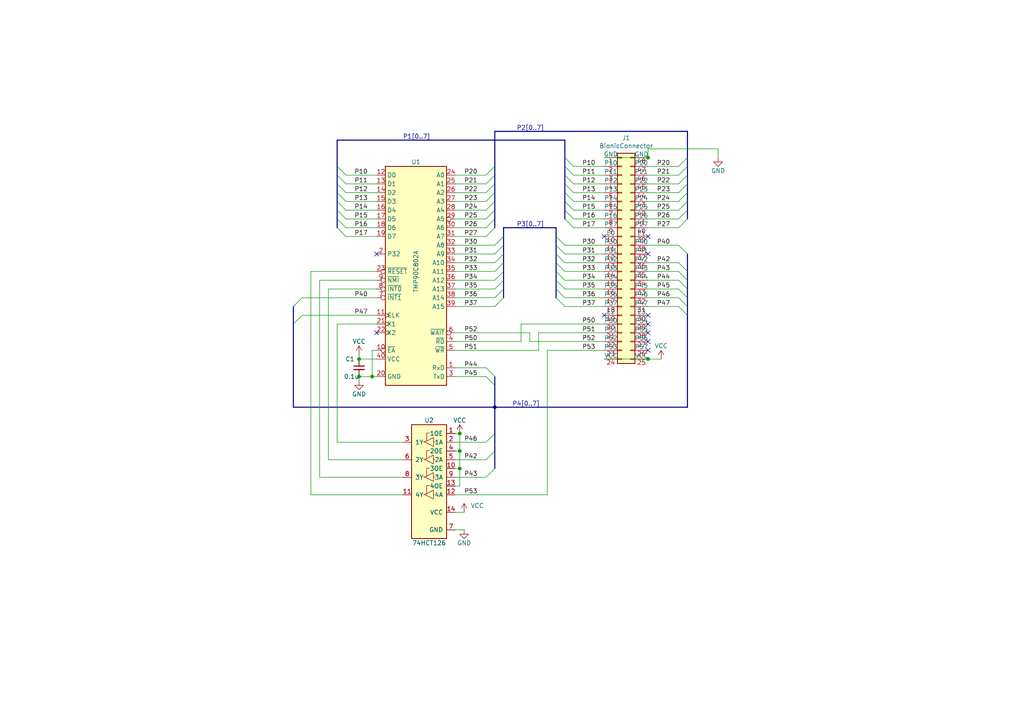
<source format=kicad_sch>
(kicad_sch (version 20230121) (generator eeschema)
  (paper "A4")
  (title_block (title "BionicTLCS90 Mezzanine") (date "2023-11-26") (rev "2") (company "Tadashi G. Takaoka"))
  (lib_symbols
    (symbol "0-LocalLibrary:74HCT126" (pin_names (offset 1.016))
      (property "Reference" "U" (at 0 16.51 0))
      (property "Value" "74HCT126" (at 0 -19.05 0))
      (symbol "74HCT126_0_1"
        (polyline (pts (xy -1.2954 10.2108) (xy -1.6002 10.2108)))
        (polyline (pts (xy 1.2954 10.2362) (xy 1.651 10.2362)))
        (polyline (pts (xy 0.7112 10.5664) (xy 0.7112 12.827) (xy -0.127 12.827) (xy -0.1016 12.827)))
      )
      (symbol "74HCT126_1_0"
        (polyline (pts (xy 1.27 10.2362) (xy -1.27 11.5062) (xy -1.27 8.9662) (xy 1.27 10.2362)) (stroke (width 0.1524)))
        (pin input line (at -7.62 12.7 0) (length 2.54) (name "1OE") (number "1"))
        (pin input line (at -7.62 2.54 0) (length 2.54) (name "3OE") (number "10"))
        (pin tri_state line (at 7.62 -5.08 180) (length 2.54) (name "4Y") (number "11"))
        (pin input line (at -7.62 -5.08 0) (length 2.54) (name "4A") (number "12"))
        (pin input line (at -7.62 -2.54 0) (length 2.54) (name "4OE") (number "13"))
        (pin power_in line (at -7.62 -10.16 0) (length 2.54) (name "VCC") (number "14"))
        (pin input line (at -7.62 10.16 0) (length 2.54) (name "1A") (number "2"))
        (pin tri_state line (at 7.62 10.16 180) (length 2.54) (name "1Y") (number "3"))
        (pin input line (at -7.62 7.62 0) (length 2.54) (name "2OE") (number "4"))
        (pin input line (at -7.62 5.08 0) (length 2.54) (name "2A") (number "5"))
        (pin tri_state line (at 7.62 5.08 180) (length 2.54) (name "2Y") (number "6"))
        (pin power_in line (at -7.62 -15.24 0) (length 2.54) (name "GND") (number "7"))
        (pin tri_state line (at 7.62 0 180) (length 2.54) (name "3Y") (number "8"))
        (pin input line (at -7.62 0 0) (length 2.54) (name "3A") (number "9"))
      )
      (symbol "74HCT126_1_1"
        (rectangle (start -5.08 15.24) (end 5.08 -17.78) (stroke (width 0.254)) (fill (type background)))
        (polyline (pts (xy -1.2954 -5.0292) (xy -1.6002 -5.0292)))
        (polyline (pts (xy -1.2954 0.0508) (xy -1.6002 0.0508)))
        (polyline (pts (xy -1.2954 5.1308) (xy -1.6002 5.1308)))
        (polyline (pts (xy 1.2954 -5.0038) (xy 1.651 -5.0038)))
        (polyline (pts (xy 1.2954 0.0762) (xy 1.651 0.0762)))
        (polyline (pts (xy 1.2954 5.1562) (xy 1.651 5.1562)))
        (polyline (pts (xy 0.7112 -4.6736) (xy 0.7112 -2.413) (xy -0.127 -2.413) (xy -0.1016 -2.413)))
        (polyline (pts (xy 0.7112 0.4064) (xy 0.7112 2.667) (xy -0.127 2.667) (xy -0.1016 2.667)))
        (polyline (pts (xy 0.7112 5.4864) (xy 0.7112 7.747) (xy -0.127 7.747) (xy -0.1016 7.747)))
        (polyline (pts (xy 1.27 -5.0038) (xy -1.27 -3.7338) (xy -1.27 -6.2738) (xy 1.27 -5.0038)) (stroke (width 0.1524)))
        (polyline (pts (xy 1.27 0.0762) (xy -1.27 1.3462) (xy -1.27 -1.1938) (xy 1.27 0.0762)) (stroke (width 0.1524)))
        (polyline (pts (xy 1.27 5.1562) (xy -1.27 6.4262) (xy -1.27 3.8862) (xy 1.27 5.1562)) (stroke (width 0.1524)))
      )
    )
    (symbol "0-LocalLibrary:BionicConnector" (pin_names (offset 0))
      (property "Reference" "J" (at 1.27 30.48 0))
      (property "Value" "BionicConnector" (at 3.81 33.02 0))
      (symbol "BionicConnector_1_1"
        (rectangle (start -1.27 -30.353) (end 0 -30.607) (stroke (width 0.1524)))
        (rectangle (start -1.27 -27.813) (end 0 -28.067) (stroke (width 0.1524)))
        (rectangle (start -1.27 -25.273) (end 0 -25.527) (stroke (width 0.1524)))
        (rectangle (start -1.27 -22.733) (end 0 -22.987) (stroke (width 0.1524)))
        (rectangle (start -1.27 -20.193) (end 0 -20.447) (stroke (width 0.1524)))
        (rectangle (start -1.27 -17.653) (end 0 -17.907) (stroke (width 0.1524)))
        (rectangle (start -1.27 -15.113) (end 0 -15.367) (stroke (width 0.1524)))
        (rectangle (start -1.27 -12.573) (end 0 -12.827) (stroke (width 0.1524)))
        (rectangle (start -1.27 -10.033) (end 0 -10.287) (stroke (width 0.1524)))
        (rectangle (start -1.27 -7.493) (end 0 -7.747) (stroke (width 0.1524)))
        (rectangle (start -1.27 -4.953) (end 0 -5.207) (stroke (width 0.1524)))
        (rectangle (start -1.27 -2.413) (end 0 -2.667) (stroke (width 0.1524)))
        (rectangle (start -1.27 0.127) (end 0 -0.127) (stroke (width 0.1524)))
        (rectangle (start -1.27 2.667) (end 0 2.413) (stroke (width 0.1524)))
        (rectangle (start -1.27 5.207) (end 0 4.953) (stroke (width 0.1524)))
        (rectangle (start -1.27 7.747) (end 0 7.493) (stroke (width 0.1524)))
        (rectangle (start -1.27 10.287) (end 0 10.033) (stroke (width 0.1524)))
        (rectangle (start -1.27 12.827) (end 0 12.573) (stroke (width 0.1524)))
        (rectangle (start -1.27 15.367) (end 0 15.113) (stroke (width 0.1524)))
        (rectangle (start -1.27 17.907) (end 0 17.653) (stroke (width 0.1524)))
        (rectangle (start -1.27 20.447) (end 0 20.193) (stroke (width 0.1524)))
        (rectangle (start -1.27 22.987) (end 0 22.733) (stroke (width 0.1524)))
        (rectangle (start -1.27 25.527) (end 0 25.273) (stroke (width 0.1524)))
        (rectangle (start -1.27 28.067) (end 0 27.813) (stroke (width 0.1524)))
        (rectangle (start -1.27 29.21) (end 3.81 -31.75) (stroke (width 0.254)) (fill (type background)))
        (rectangle (start 3.81 -30.353) (end 2.54 -30.607) (stroke (width 0.1524)))
        (rectangle (start 3.81 -27.813) (end 2.54 -28.067) (stroke (width 0.1524)))
        (rectangle (start 3.81 -25.273) (end 2.54 -25.527) (stroke (width 0.1524)))
        (rectangle (start 3.81 -22.733) (end 2.54 -22.987) (stroke (width 0.1524)))
        (rectangle (start 3.81 -20.193) (end 2.54 -20.447) (stroke (width 0.1524)))
        (rectangle (start 3.81 -17.653) (end 2.54 -17.907) (stroke (width 0.1524)))
        (rectangle (start 3.81 -15.113) (end 2.54 -15.367) (stroke (width 0.1524)))
        (rectangle (start 3.81 -12.573) (end 2.54 -12.827) (stroke (width 0.1524)))
        (rectangle (start 3.81 -10.033) (end 2.54 -10.287) (stroke (width 0.1524)))
        (rectangle (start 3.81 -7.493) (end 2.54 -7.747) (stroke (width 0.1524)))
        (rectangle (start 3.81 -4.953) (end 2.54 -5.207) (stroke (width 0.1524)))
        (rectangle (start 3.81 -2.413) (end 2.54 -2.667) (stroke (width 0.1524)))
        (rectangle (start 3.81 0.127) (end 2.54 -0.127) (stroke (width 0.1524)))
        (rectangle (start 3.81 2.667) (end 2.54 2.413) (stroke (width 0.1524)))
        (rectangle (start 3.81 5.207) (end 2.54 4.953) (stroke (width 0.1524)))
        (rectangle (start 3.81 7.747) (end 2.54 7.493) (stroke (width 0.1524)))
        (rectangle (start 3.81 10.287) (end 2.54 10.033) (stroke (width 0.1524)))
        (rectangle (start 3.81 12.827) (end 2.54 12.573) (stroke (width 0.1524)))
        (rectangle (start 3.81 15.367) (end 2.54 15.113) (stroke (width 0.1524)))
        (rectangle (start 3.81 17.907) (end 2.54 17.653) (stroke (width 0.1524)))
        (rectangle (start 3.81 20.447) (end 2.54 20.193) (stroke (width 0.1524)))
        (rectangle (start 3.81 22.987) (end 2.54 22.733) (stroke (width 0.1524)))
        (rectangle (start 3.81 25.527) (end 2.54 25.273) (stroke (width 0.1524)))
        (rectangle (start 3.81 28.067) (end 2.54 27.813) (stroke (width 0.1524)))
        (pin power_out line (at -5.08 27.94 0) (length 3.81) (name "GND") (number "1"))
        (pin bidirectional line (at -5.08 5.08 0) (length 3.81) (name "E0") (number "10"))
        (pin bidirectional line (at -5.08 2.54 0) (length 3.81) (name "P30") (number "11"))
        (pin bidirectional line (at -5.08 0 0) (length 3.81) (name "P31") (number "12"))
        (pin bidirectional line (at -5.08 -2.54 0) (length 3.81) (name "P32") (number "13"))
        (pin bidirectional line (at -5.08 -5.08 0) (length 3.81) (name "P33") (number "14"))
        (pin bidirectional line (at -5.08 -7.62 0) (length 3.81) (name "P34") (number "15"))
        (pin bidirectional line (at -5.08 -10.16 0) (length 3.81) (name "P35") (number "16"))
        (pin bidirectional line (at -5.08 -12.7 0) (length 3.81) (name "P36") (number "17"))
        (pin bidirectional line (at -5.08 -15.24 0) (length 3.81) (name "P37") (number "18"))
        (pin bidirectional line (at -5.08 -17.78 0) (length 3.81) (name "E2") (number "19"))
        (pin bidirectional line (at -5.08 25.4 0) (length 3.81) (name "P10") (number "2"))
        (pin bidirectional line (at -5.08 -20.32 0) (length 3.81) (name "P50") (number "20"))
        (pin bidirectional line (at -5.08 -22.86 0) (length 3.81) (name "P51") (number "21"))
        (pin bidirectional line (at -5.08 -25.4 0) (length 3.81) (name "P52") (number "22"))
        (pin bidirectional line (at -5.08 -27.94 0) (length 3.81) (name "P53") (number "23"))
        (pin power_out line (at -5.08 -30.48 0) (length 3.81) (name "VCC") (number "24"))
        (pin power_in line (at 7.62 -30.48 180) (length 3.81) (name "VCC") (number "25"))
        (pin bidirectional line (at 7.62 -27.94 180) (length 3.81) (name "P57") (number "26"))
        (pin bidirectional line (at 7.62 -25.4 180) (length 3.81) (name "P56") (number "27"))
        (pin bidirectional line (at 7.62 -22.86 180) (length 3.81) (name "P55") (number "28"))
        (pin bidirectional line (at 7.62 -20.32 180) (length 3.81) (name "P54") (number "29"))
        (pin bidirectional line (at -5.08 22.86 0) (length 3.81) (name "P11") (number "3"))
        (pin bidirectional line (at 7.62 -17.78 180) (length 3.81) (name "E3") (number "30"))
        (pin bidirectional line (at 7.62 -15.24 180) (length 3.81) (name "P47") (number "31"))
        (pin bidirectional line (at 7.62 -12.7 180) (length 3.81) (name "P46") (number "32"))
        (pin bidirectional line (at 7.62 -10.16 180) (length 3.81) (name "P45") (number "33"))
        (pin bidirectional line (at 7.62 -7.62 180) (length 3.81) (name "P44") (number "34"))
        (pin bidirectional line (at 7.62 -5.08 180) (length 3.81) (name "P43") (number "35"))
        (pin bidirectional line (at 7.62 -2.54 180) (length 3.81) (name "P42") (number "36"))
        (pin bidirectional line (at 7.62 0 180) (length 3.81) (name "P41") (number "37"))
        (pin bidirectional line (at 7.62 2.54 180) (length 3.81) (name "P40") (number "38"))
        (pin bidirectional line (at 7.62 5.08 180) (length 3.81) (name "E1") (number "39"))
        (pin bidirectional line (at -5.08 20.32 0) (length 3.81) (name "P12") (number "4"))
        (pin bidirectional line (at 7.62 7.62 180) (length 3.81) (name "P27") (number "40"))
        (pin bidirectional line (at 7.62 10.16 180) (length 3.81) (name "P26") (number "41"))
        (pin bidirectional line (at 7.62 12.7 180) (length 3.81) (name "P25") (number "42"))
        (pin bidirectional line (at 7.62 15.24 180) (length 3.81) (name "P24") (number "43"))
        (pin bidirectional line (at 7.62 17.78 180) (length 3.81) (name "P23") (number "44"))
        (pin bidirectional line (at 7.62 20.32 180) (length 3.81) (name "P22") (number "45"))
        (pin bidirectional line (at 7.62 22.86 180) (length 3.81) (name "P21") (number "46"))
        (pin bidirectional line (at 7.62 25.4 180) (length 3.81) (name "P20") (number "47"))
        (pin power_in line (at 7.62 27.94 180) (length 3.81) (name "GND") (number "48"))
        (pin bidirectional line (at -5.08 17.78 0) (length 3.81) (name "P13") (number "5"))
        (pin bidirectional line (at -5.08 15.24 0) (length 3.81) (name "P14") (number "6"))
        (pin bidirectional line (at -5.08 12.7 0) (length 3.81) (name "P15") (number "7"))
        (pin bidirectional line (at -5.08 10.16 0) (length 3.81) (name "P16") (number "8"))
        (pin bidirectional line (at -5.08 7.62 0) (length 3.81) (name "P17") (number "9"))
      )
    )
    (symbol "0-LocalLibrary:TMP90C802A"
      (property "Reference" "U" (at -1.27 31.75 0))
      (property "Value" "TMP90C802A" (at 0 -3.81 90))
      (symbol "TMP90C802A_0_1"
        (rectangle (start -8.89 -33.02) (end 8.89 30.48) (stroke (width 0.254)) (fill (type background)))
      )
      (symbol "TMP90C802A_1_1"
        (pin input line (at 11.43 -27.94 180) (length 2.54) (name "RxD") (number "1"))
        (pin input inverted (at -11.43 -22.86 0) (length 2.54) (name "~{EA}") (number "10"))
        (pin output clock (at -11.43 -12.7 0) (length 2.54) (name "CLK") (number "11"))
        (pin bidirectional line (at -11.43 27.94 0) (length 2.54) (name "D0") (number "12"))
        (pin bidirectional line (at -11.43 25.4 0) (length 2.54) (name "D1") (number "13"))
        (pin bidirectional line (at -11.43 22.86 0) (length 2.54) (name "D2") (number "14"))
        (pin bidirectional line (at -11.43 20.32 0) (length 2.54) (name "D3") (number "15"))
        (pin bidirectional line (at -11.43 17.78 0) (length 2.54) (name "D4") (number "16"))
        (pin bidirectional line (at -11.43 15.24 0) (length 2.54) (name "D5") (number "17"))
        (pin bidirectional line (at -11.43 12.7 0) (length 2.54) (name "D6") (number "18"))
        (pin bidirectional line (at -11.43 10.16 0) (length 2.54) (name "D7") (number "19"))
        (pin bidirectional line (at -11.43 5.08 0) (length 2.54) (name "P32") (number "2"))
        (pin power_in line (at -11.43 -30.48 0) (length 2.54) (name "GND") (number "20"))
        (pin input clock (at -11.43 -15.24 0) (length 2.54) (name "X1") (number "21"))
        (pin passive clock (at -11.43 -17.78 0) (length 2.54) (name "X2") (number "22"))
        (pin input inverted (at -11.43 0 0) (length 2.54) (name "~{RESET}") (number "23"))
        (pin output line (at 11.43 27.94 180) (length 2.54) (name "A0") (number "24"))
        (pin output line (at 11.43 25.4 180) (length 2.54) (name "A1") (number "25"))
        (pin output line (at 11.43 22.86 180) (length 2.54) (name "A2") (number "26"))
        (pin output line (at 11.43 20.32 180) (length 2.54) (name "A3") (number "27"))
        (pin output line (at 11.43 17.78 180) (length 2.54) (name "A4") (number "28"))
        (pin output inverted (at 11.43 15.24 180) (length 2.54) (name "A5") (number "29"))
        (pin output line (at 11.43 -30.48 180) (length 2.54) (name "TxD") (number "3"))
        (pin output line (at 11.43 12.7 180) (length 2.54) (name "A6") (number "30"))
        (pin output line (at 11.43 10.16 180) (length 2.54) (name "A7") (number "31"))
        (pin output line (at 11.43 7.62 180) (length 2.54) (name "A8") (number "32"))
        (pin output line (at 11.43 5.08 180) (length 2.54) (name "A9") (number "33"))
        (pin output line (at 11.43 2.54 180) (length 2.54) (name "A10") (number "34"))
        (pin output line (at 11.43 0 180) (length 2.54) (name "A11") (number "35"))
        (pin output line (at 11.43 -2.54 180) (length 2.54) (name "A12") (number "36"))
        (pin output line (at 11.43 -5.08 180) (length 2.54) (name "A13") (number "37"))
        (pin output line (at 11.43 -7.62 180) (length 2.54) (name "A14") (number "38"))
        (pin output line (at 11.43 -10.16 180) (length 2.54) (name "A15") (number "39"))
        (pin output line (at 11.43 -20.32 180) (length 2.54) (name "~{RD}") (number "4"))
        (pin power_in line (at -11.43 -25.4 0) (length 2.54) (name "VCC") (number "40"))
        (pin output line (at 11.43 -22.86 180) (length 2.54) (name "~{WR}") (number "5"))
        (pin input inverted (at 11.43 -17.78 180) (length 2.54) (name "~{WAIT}") (number "6"))
        (pin input inverted (at -11.43 -7.62 0) (length 2.54) (name "~{INT1}") (number "7"))
        (pin input inverted (at -11.43 -5.08 0) (length 2.54) (name "~{INT0}") (number "8"))
        (pin input inverted (at -11.43 -2.54 0) (length 2.54) (name "~{NMI}") (number "9"))
      )
    )
    (symbol "Device:C_Small" (pin_numbers hide) (pin_names (offset 0.254) hide)
      (property "Reference" "C" (at 0.254 1.778 0))
      (property "Value" "C_Small" (at 0.254 -2.032 0))
      (symbol "C_Small_0_1"
        (polyline (pts (xy -1.524 -0.508) (xy 1.524 -0.508)) (stroke (width 0.3302)))
        (polyline (pts (xy -1.524 0.508) (xy 1.524 0.508)) (stroke (width 0.3048)))
      )
      (symbol "C_Small_1_1"
        (pin passive line (at 0 2.54 270) (length 2.032) (name "~") (number "1"))
        (pin passive line (at 0 -2.54 90) (length 2.032) (name "~") (number "2"))
      )
    )
    (symbol "GND_1" (power) (pin_names (offset 0))
      (property "Value" "GND_1" (at 0 -3.81 0))
      (symbol "GND_1_0_1"
        (polyline (pts (xy 0 0) (xy 0 -1.27) (xy 1.27 -1.27) (xy 0 -2.54) (xy -1.27 -1.27) (xy 0 -1.27)))
      )
      (symbol "GND_1_1_1"
        (pin power_in line (at 0 0 270) (length 0) hide (name "GND") (number "1"))
      )
    )
    (symbol "VCC_1" (power) (pin_names (offset 0))
      (property "Value" "VCC_1" (at 0 3.81 0))
      (symbol "VCC_1_0_1"
        (polyline (pts (xy -0.762 1.27) (xy 0 2.54)))
        (polyline (pts (xy 0 0) (xy 0 2.54)))
        (polyline (pts (xy 0 2.54) (xy 0.762 1.27)))
      )
      (symbol "VCC_1_1_1"
        (pin power_in line (at 0 0 90) (length 0) hide (name "VCC") (number "1"))
      )
    )
  )
  (junction (at 104.14 109.22))
  (junction (at 133.35 130.81))
  (junction (at 104.14 104.14))
  (junction (at 133.35 125.73))
  (junction (at 187.96 104.14))
  (junction (at 143.51 118.11))
  (junction (at 187.96 45.72))
  (junction (at 133.35 135.89))
  (junction (at 107.95 109.22))
  (no_connect (at 175.26 91.44))
  (no_connect (at 187.96 68.58))
  (no_connect (at 175.26 68.58))
  (no_connect (at 109.22 73.66))
  (no_connect (at 187.96 99.06))
  (no_connect (at 187.96 73.66))
  (no_connect (at 187.96 96.52))
  (no_connect (at 187.96 91.44))
  (no_connect (at 187.96 93.98))
  (no_connect (at 187.96 101.6))
  (no_connect (at 109.22 96.52))
  (bus_entry (at 161.29 73.66) (size 2.54 2.54))
  (bus_entry (at 143.51 55.88) (size -2.54 2.54))
  (bus_entry (at 199.39 58.42) (size -2.54 2.54))
  (bus_entry (at 196.85 81.28) (size 2.54 2.54))
  (bus_entry (at 143.51 135.89) (size -2.54 2.54))
  (bus_entry (at 146.05 86.36) (size -2.54 2.54))
  (bus_entry (at 143.51 109.22) (size -2.54 -2.54))
  (bus_entry (at 199.39 48.26) (size -2.54 2.54))
  (bus_entry (at 196.85 78.74) (size 2.54 2.54))
  (bus_entry (at 100.33 60.96) (size -2.54 -2.54))
  (bus_entry (at 146.05 78.74) (size -2.54 2.54))
  (bus_entry (at 161.29 76.2) (size 2.54 2.54))
  (bus_entry (at 166.37 60.96) (size -2.54 -2.54))
  (bus_entry (at 143.51 78.74) (size 2.54 -2.54))
  (bus_entry (at 100.33 55.88) (size -2.54 -2.54))
  (bus_entry (at 196.85 86.36) (size 2.54 2.54))
  (bus_entry (at 143.51 63.5) (size -2.54 2.54))
  (bus_entry (at 196.85 76.2) (size 2.54 2.54))
  (bus_entry (at 196.85 83.82) (size 2.54 2.54))
  (bus_entry (at 166.37 63.5) (size -2.54 -2.54))
  (bus_entry (at 143.51 53.34) (size -2.54 2.54))
  (bus_entry (at 143.51 50.8) (size -2.54 2.54))
  (bus_entry (at 161.29 78.74) (size 2.54 2.54))
  (bus_entry (at 143.51 48.26) (size -2.54 2.54))
  (bus_entry (at 161.29 86.36) (size 2.54 2.54))
  (bus_entry (at 100.33 50.8) (size -2.54 -2.54))
  (bus_entry (at 161.29 81.28) (size 2.54 2.54))
  (bus_entry (at 161.29 83.82) (size 2.54 2.54))
  (bus_entry (at 199.39 63.5) (size -2.54 2.54))
  (bus_entry (at 199.39 55.88) (size -2.54 2.54))
  (bus_entry (at 196.85 88.9) (size 2.54 2.54))
  (bus_entry (at 199.39 50.8) (size -2.54 2.54))
  (bus_entry (at 87.63 91.44) (size -2.54 2.54))
  (bus_entry (at 100.33 58.42) (size -2.54 -2.54))
  (bus_entry (at 166.37 66.04) (size -2.54 -2.54))
  (bus_entry (at 143.51 73.66) (size 2.54 -2.54))
  (bus_entry (at 143.51 71.12) (size 2.54 -2.54))
  (bus_entry (at 196.85 48.26) (size 2.54 -2.54))
  (bus_entry (at 143.51 60.96) (size -2.54 2.54))
  (bus_entry (at 143.51 125.73) (size -2.54 2.54))
  (bus_entry (at 140.97 109.22) (size 2.54 2.54))
  (bus_entry (at 161.29 71.12) (size 2.54 2.54))
  (bus_entry (at 100.33 53.34) (size -2.54 -2.54))
  (bus_entry (at 161.29 68.58) (size 2.54 2.54))
  (bus_entry (at 196.85 71.12) (size 2.54 2.54))
  (bus_entry (at 166.37 58.42) (size -2.54 -2.54))
  (bus_entry (at 143.51 58.42) (size -2.54 2.54))
  (bus_entry (at 166.37 48.26) (size -2.54 -2.54))
  (bus_entry (at 100.33 66.04) (size -2.54 -2.54))
  (bus_entry (at 87.63 86.36) (size -2.54 2.54))
  (bus_entry (at 146.05 81.28) (size -2.54 2.54))
  (bus_entry (at 100.33 63.5) (size -2.54 -2.54))
  (bus_entry (at 143.51 130.81) (size -2.54 2.54))
  (bus_entry (at 166.37 50.8) (size -2.54 -2.54))
  (bus_entry (at 143.51 76.2) (size 2.54 -2.54))
  (bus_entry (at 166.37 53.34) (size -2.54 -2.54))
  (bus_entry (at 199.39 53.34) (size -2.54 2.54))
  (bus_entry (at 100.33 68.58) (size -2.54 -2.54))
  (bus_entry (at 146.05 83.82) (size -2.54 2.54))
  (bus_entry (at 199.39 60.96) (size -2.54 2.54))
  (bus_entry (at 166.37 55.88) (size -2.54 -2.54))
  (bus_entry (at 143.51 66.04) (size -2.54 2.54))
  (bus (pts (xy 143.51 55.88) (xy 143.51 58.42)))
  (wire (pts (xy 156.21 101.6) (xy 156.21 96.52)))
  (wire (pts (xy 175.26 63.5) (xy 166.37 63.5)))
  (wire (pts (xy 116.84 138.43) (xy 92.71 138.43)))
  (bus (pts (xy 161.29 76.2) (xy 161.29 78.74)))
  (wire (pts (xy 132.08 68.58) (xy 140.97 68.58)))
  (bus (pts (xy 143.51 118.11) (xy 199.39 118.11)))
  (bus (pts (xy 143.51 63.5) (xy 143.51 66.04)))
  (wire (pts (xy 109.22 63.5) (xy 100.33 63.5)))
  (wire (pts (xy 132.08 60.96) (xy 140.97 60.96)))
  (bus (pts (xy 143.51 111.76) (xy 143.51 118.11)))
  (bus (pts (xy 199.39 55.88) (xy 199.39 58.42)))
  (bus (pts (xy 143.51 109.22) (xy 143.51 111.76)))
  (wire (pts (xy 132.08 83.82) (xy 143.51 83.82)))
  (bus (pts (xy 163.83 48.26) (xy 163.83 50.8)))
  (wire (pts (xy 132.08 88.9) (xy 143.51 88.9)))
  (wire (pts (xy 109.22 101.6) (xy 107.95 101.6)))
  (bus (pts (xy 161.29 66.04) (xy 161.29 68.58)))
  (wire (pts (xy 175.26 48.26) (xy 166.37 48.26)))
  (wire (pts (xy 107.95 109.22) (xy 109.22 109.22)))
  (wire (pts (xy 132.08 86.36) (xy 143.51 86.36)))
  (wire (pts (xy 163.83 88.9) (xy 175.26 88.9)))
  (bus (pts (xy 199.39 45.72) (xy 199.39 48.26)))
  (wire (pts (xy 132.08 71.12) (xy 143.51 71.12)))
  (wire (pts (xy 109.22 78.74) (xy 90.17 78.74)))
  (wire (pts (xy 104.14 104.14) (xy 109.22 104.14)))
  (bus (pts (xy 146.05 78.74) (xy 146.05 81.28)))
  (bus (pts (xy 199.39 88.9) (xy 199.39 91.44)))
  (wire (pts (xy 133.35 125.73) (xy 133.35 130.81)))
  (wire (pts (xy 187.96 86.36) (xy 196.85 86.36)))
  (bus (pts (xy 85.09 118.11) (xy 143.51 118.11)))
  (wire (pts (xy 133.35 130.81) (xy 132.08 130.81)))
  (bus (pts (xy 163.83 60.96) (xy 163.83 63.5)))
  (bus (pts (xy 97.79 58.42) (xy 97.79 60.96)))
  (wire (pts (xy 187.96 63.5) (xy 196.85 63.5)))
  (bus (pts (xy 199.39 73.66) (xy 199.39 78.74)))
  (wire (pts (xy 187.96 83.82) (xy 196.85 83.82)))
  (wire (pts (xy 208.28 43.18) (xy 208.28 45.72)))
  (wire (pts (xy 97.79 93.98) (xy 97.79 128.27)))
  (bus (pts (xy 146.05 71.12) (xy 146.05 73.66)))
  (wire (pts (xy 187.96 81.28) (xy 196.85 81.28)))
  (bus (pts (xy 143.51 53.34) (xy 143.51 55.88)))
  (bus (pts (xy 97.79 55.88) (xy 97.79 58.42)))
  (bus (pts (xy 163.83 53.34) (xy 163.83 55.88)))
  (wire (pts (xy 132.08 99.06) (xy 151.13 99.06)))
  (bus (pts (xy 163.83 40.64) (xy 163.83 45.72)))
  (bus (pts (xy 163.83 45.72) (xy 163.83 48.26)))
  (wire (pts (xy 132.08 128.27) (xy 140.97 128.27)))
  (wire (pts (xy 132.08 66.04) (xy 140.97 66.04)))
  (wire (pts (xy 109.22 55.88) (xy 100.33 55.88)))
  (bus (pts (xy 97.79 60.96) (xy 97.79 63.5)))
  (wire (pts (xy 163.83 73.66) (xy 175.26 73.66)))
  (wire (pts (xy 92.71 138.43) (xy 92.71 81.28)))
  (bus (pts (xy 143.51 118.11) (xy 143.51 125.73)))
  (bus (pts (xy 97.79 50.8) (xy 97.79 53.34)))
  (wire (pts (xy 109.22 58.42) (xy 100.33 58.42)))
  (wire (pts (xy 187.96 71.12) (xy 196.85 71.12)))
  (wire (pts (xy 163.83 71.12) (xy 175.26 71.12)))
  (wire (pts (xy 109.22 68.58) (xy 100.33 68.58)))
  (bus (pts (xy 199.39 83.82) (xy 199.39 86.36)))
  (wire (pts (xy 175.26 58.42) (xy 166.37 58.42)))
  (wire (pts (xy 132.08 148.59) (xy 134.62 148.59)))
  (bus (pts (xy 199.39 38.1) (xy 199.39 45.72)))
  (wire (pts (xy 132.08 81.28) (xy 143.51 81.28)))
  (bus (pts (xy 85.09 93.98) (xy 85.09 118.11)))
  (wire (pts (xy 187.96 55.88) (xy 196.85 55.88)))
  (wire (pts (xy 107.95 101.6) (xy 107.95 109.22)))
  (wire (pts (xy 95.25 83.82) (xy 95.25 133.35)))
  (wire (pts (xy 132.08 73.66) (xy 143.51 73.66)))
  (wire (pts (xy 175.26 66.04) (xy 166.37 66.04)))
  (wire (pts (xy 187.96 66.04) (xy 196.85 66.04)))
  (wire (pts (xy 175.26 60.96) (xy 166.37 60.96)))
  (wire (pts (xy 187.96 53.34) (xy 196.85 53.34)))
  (wire (pts (xy 132.08 76.2) (xy 143.51 76.2)))
  (bus (pts (xy 143.51 60.96) (xy 143.51 63.5)))
  (bus (pts (xy 143.51 58.42) (xy 143.51 60.96)))
  (bus (pts (xy 163.83 50.8) (xy 163.83 53.34)))
  (bus (pts (xy 97.79 53.34) (xy 97.79 55.88)))
  (wire (pts (xy 187.96 50.8) (xy 196.85 50.8)))
  (bus (pts (xy 199.39 53.34) (xy 199.39 55.88)))
  (bus (pts (xy 143.51 48.26) (xy 143.51 50.8)))
  (bus (pts (xy 199.39 91.44) (xy 199.39 118.11)))
  (wire (pts (xy 92.71 81.28) (xy 109.22 81.28)))
  (wire (pts (xy 187.96 104.14) (xy 191.77 104.14)))
  (wire (pts (xy 163.83 83.82) (xy 175.26 83.82)))
  (wire (pts (xy 109.22 86.36) (xy 87.63 86.36)))
  (wire (pts (xy 133.35 140.97) (xy 132.08 140.97)))
  (bus (pts (xy 199.39 81.28) (xy 199.39 83.82)))
  (wire (pts (xy 132.08 143.51) (xy 158.75 143.51)))
  (wire (pts (xy 132.08 138.43) (xy 140.97 138.43)))
  (bus (pts (xy 146.05 68.58) (xy 146.05 66.04)))
  (wire (pts (xy 133.35 130.81) (xy 133.35 135.89)))
  (wire (pts (xy 158.75 101.6) (xy 175.26 101.6)))
  (wire (pts (xy 133.35 135.89) (xy 132.08 135.89)))
  (bus (pts (xy 146.05 83.82) (xy 146.05 86.36)))
  (wire (pts (xy 151.13 99.06) (xy 151.13 93.98)))
  (bus (pts (xy 199.39 86.36) (xy 199.39 88.9)))
  (bus (pts (xy 146.05 68.58) (xy 146.05 71.12)))
  (wire (pts (xy 109.22 60.96) (xy 100.33 60.96)))
  (wire (pts (xy 132.08 101.6) (xy 156.21 101.6)))
  (wire (pts (xy 153.67 99.06) (xy 175.26 99.06)))
  (wire (pts (xy 158.75 101.6) (xy 158.75 143.51)))
  (bus (pts (xy 146.05 76.2) (xy 146.05 78.74)))
  (wire (pts (xy 132.08 50.8) (xy 140.97 50.8)))
  (wire (pts (xy 151.13 93.98) (xy 175.26 93.98)))
  (wire (pts (xy 175.26 50.8) (xy 166.37 50.8)))
  (wire (pts (xy 175.26 55.88) (xy 166.37 55.88)))
  (bus (pts (xy 85.09 88.9) (xy 85.09 93.98)))
  (bus (pts (xy 143.51 38.1) (xy 143.51 48.26)))
  (bus (pts (xy 146.05 73.66) (xy 146.05 76.2)))
  (wire (pts (xy 163.83 81.28) (xy 175.26 81.28)))
  (wire (pts (xy 132.08 55.88) (xy 140.97 55.88)))
  (wire (pts (xy 132.08 133.35) (xy 140.97 133.35)))
  (bus (pts (xy 97.79 40.64) (xy 163.83 40.64)))
  (wire (pts (xy 132.08 78.74) (xy 143.51 78.74)))
  (bus (pts (xy 161.29 71.12) (xy 161.29 73.66)))
  (wire (pts (xy 132.08 53.34) (xy 140.97 53.34)))
  (wire (pts (xy 187.96 48.26) (xy 196.85 48.26)))
  (bus (pts (xy 97.79 63.5) (xy 97.79 66.04)))
  (wire (pts (xy 132.08 109.22) (xy 140.97 109.22)))
  (wire (pts (xy 97.79 93.98) (xy 109.22 93.98)))
  (bus (pts (xy 161.29 83.82) (xy 161.29 86.36)))
  (bus (pts (xy 163.83 58.42) (xy 163.83 60.96)))
  (wire (pts (xy 104.14 104.14) (xy 104.14 102.87)))
  (wire (pts (xy 163.83 86.36) (xy 175.26 86.36)))
  (wire (pts (xy 109.22 53.34) (xy 100.33 53.34)))
  (wire (pts (xy 116.84 133.35) (xy 95.25 133.35)))
  (wire (pts (xy 187.96 60.96) (xy 196.85 60.96)))
  (wire (pts (xy 87.63 91.44) (xy 109.22 91.44)))
  (bus (pts (xy 161.29 68.58) (xy 161.29 71.12)))
  (bus (pts (xy 143.51 50.8) (xy 143.51 53.34)))
  (bus (pts (xy 143.51 38.1) (xy 199.39 38.1)))
  (wire (pts (xy 132.08 96.52) (xy 153.67 96.52)))
  (wire (pts (xy 187.96 88.9) (xy 196.85 88.9)))
  (wire (pts (xy 104.14 109.22) (xy 107.95 109.22)))
  (wire (pts (xy 153.67 96.52) (xy 153.67 99.06)))
  (bus (pts (xy 161.29 78.74) (xy 161.29 81.28)))
  (bus (pts (xy 97.79 48.26) (xy 97.79 50.8)))
  (wire (pts (xy 175.26 104.14) (xy 187.96 104.14)))
  (wire (pts (xy 134.62 153.67) (xy 132.08 153.67)))
  (wire (pts (xy 132.08 63.5) (xy 140.97 63.5)))
  (wire (pts (xy 163.83 78.74) (xy 175.26 78.74)))
  (bus (pts (xy 146.05 81.28) (xy 146.05 83.82)))
  (wire (pts (xy 132.08 125.73) (xy 133.35 125.73)))
  (bus (pts (xy 143.51 125.73) (xy 143.51 130.81)))
  (wire (pts (xy 116.84 128.27) (xy 97.79 128.27)))
  (wire (pts (xy 175.26 45.72) (xy 187.96 45.72)))
  (bus (pts (xy 146.05 66.04) (xy 161.29 66.04)))
  (bus (pts (xy 199.39 58.42) (xy 199.39 60.96)))
  (bus (pts (xy 199.39 60.96) (xy 199.39 63.5)))
  (wire (pts (xy 156.21 96.52) (xy 175.26 96.52)))
  (wire (pts (xy 175.26 53.34) (xy 166.37 53.34)))
  (bus (pts (xy 161.29 81.28) (xy 161.29 83.82)))
  (wire (pts (xy 132.08 106.68) (xy 140.97 106.68)))
  (wire (pts (xy 133.35 135.89) (xy 133.35 140.97)))
  (wire (pts (xy 109.22 83.82) (xy 95.25 83.82)))
  (wire (pts (xy 187.96 43.18) (xy 187.96 45.72)))
  (wire (pts (xy 132.08 58.42) (xy 140.97 58.42)))
  (wire (pts (xy 187.96 43.18) (xy 208.28 43.18)))
  (bus (pts (xy 199.39 78.74) (xy 199.39 81.28)))
  (bus (pts (xy 199.39 50.8) (xy 199.39 53.34)))
  (bus (pts (xy 161.29 73.66) (xy 161.29 76.2)))
  (bus (pts (xy 143.51 130.81) (xy 143.51 135.89)))
  (wire (pts (xy 187.96 58.42) (xy 196.85 58.42)))
  (wire (pts (xy 187.96 78.74) (xy 196.85 78.74)))
  (bus (pts (xy 163.83 55.88) (xy 163.83 58.42)))
  (wire (pts (xy 104.14 110.49) (xy 104.14 109.22)))
  (wire (pts (xy 90.17 78.74) (xy 90.17 143.51)))
  (wire (pts (xy 187.96 76.2) (xy 196.85 76.2)))
  (bus (pts (xy 199.39 48.26) (xy 199.39 50.8)))
  (wire (pts (xy 109.22 50.8) (xy 100.33 50.8)))
  (wire (pts (xy 163.83 76.2) (xy 175.26 76.2)))
  (wire (pts (xy 90.17 143.51) (xy 116.84 143.51)))
  (bus (pts (xy 97.79 40.64) (xy 97.79 48.26)))
  (wire (pts (xy 109.22 66.04) (xy 100.33 66.04)))
  (label "P46" (at 190.5 86.36 0))
  (label "P17" (at 106.68 68.58 180))
  (label "P52" (at 172.72 99.06 180))
  (label "P32" (at 172.72 76.2 180))
  (label "P22" (at 190.5 53.34 0))
  (label "P2[0..7]" (at 149.86 38.1 0))
  (label "P45" (at 190.5 83.82 0))
  (label "P27" (at 190.5 66.04 0))
  (label "P53" (at 172.72 101.6 180))
  (label "P23" (at 190.5 55.88 0))
  (label "P32" (at 134.62 76.2 0))
  (label "P3[0..7]" (at 149.86 66.04 0))
  (label "P47" (at 106.68 91.44 180))
  (label "P50" (at 172.72 93.98 180))
  (label "P21" (at 134.62 53.34 0))
  (label "P40" (at 190.5 71.12 0))
  (label "P43" (at 190.5 78.74 0))
  (label "P10" (at 172.72 48.26 180))
  (label "P42" (at 134.62 133.35 0))
  (label "P16" (at 172.72 63.5 180))
  (label "P23" (at 134.62 58.42 0))
  (label "P13" (at 172.72 55.88 180))
  (label "P34" (at 172.72 81.28 180))
  (label "P51" (at 134.62 101.6 0))
  (label "P1[0..7]" (at 116.84 40.64 0))
  (label "P14" (at 106.68 60.96 180))
  (label "P26" (at 190.5 63.5 0))
  (label "P50" (at 134.62 99.06 0))
  (label "P14" (at 172.72 58.42 180))
  (label "P25" (at 190.5 60.96 0))
  (label "P20" (at 190.5 48.26 0))
  (label "P12" (at 106.68 55.88 180))
  (label "P11" (at 106.68 53.34 180))
  (label "P22" (at 134.62 55.88 0))
  (label "P35" (at 134.62 83.82 0))
  (label "P44" (at 190.5 81.28 0))
  (label "P46" (at 134.62 128.27 0))
  (label "P36" (at 172.72 86.36 180))
  (label "P26" (at 134.62 66.04 0))
  (label "P17" (at 172.72 66.04 180))
  (label "P16" (at 106.68 66.04 180))
  (label "P31" (at 172.72 73.66 180))
  (label "P25" (at 134.62 63.5 0))
  (label "P52" (at 134.62 96.52 0))
  (label "P11" (at 172.72 50.8 180))
  (label "P35" (at 172.72 83.82 180))
  (label "P33" (at 172.72 78.74 180))
  (label "P33" (at 134.62 78.74 0))
  (label "P20" (at 134.62 50.8 0))
  (label "P24" (at 190.5 58.42 0))
  (label "P30" (at 134.62 71.12 0))
  (label "P30" (at 172.72 71.12 180))
  (label "P44" (at 134.62 106.68 0))
  (label "P43" (at 134.62 138.43 0))
  (label "P21" (at 190.5 50.8 0))
  (label "P47" (at 190.5 88.9 0))
  (label "P10" (at 106.68 50.8 180))
  (label "P15" (at 106.68 63.5 180))
  (label "P27" (at 134.62 68.58 0))
  (label "P53" (at 134.62 143.51 0))
  (label "P13" (at 106.68 58.42 180))
  (label "P40" (at 106.68 86.36 180))
  (label "P31" (at 134.62 73.66 0))
  (label "P36" (at 134.62 86.36 0))
  (label "P12" (at 172.72 53.34 180))
  (label "P4[0..7]" (at 148.59 118.11 0))
  (label "P15" (at 172.72 60.96 180))
  (label "P37" (at 134.62 88.9 0))
  (label "P42" (at 190.5 76.2 0))
  (label "P45" (at 134.62 109.22 0))
  (label "P24" (at 134.62 60.96 0))
  (label "P51" (at 172.72 96.52 180))
  (label "P34" (at 134.62 81.28 0))
  (label "P37" (at 172.72 88.9 180))
  (symbol (lib_id "Device:C_Small") (at 104.14 106.68 0) (mirror y) (unit 1)
    (property "Reference" "C1" (at 102.87 104.14 0) (effects (justify left)))
    (property "Value" "0.1u" (at 104.14 109.22 0) (effects (justify left)))
    (property "Footprint" "Capacitor_THT:C_Disc_D3.4mm_W2.1mm_P2.50mm" (effects hide))
  )
  (symbol (lib_id "0-LocalLibrary:74HCT126") (at 124.46 138.43 0) (mirror y) (unit 1)
    (property "Reference" "U2" (at 124.46 121.92 0))
    (property "Value" "74HCT126" (at 124.46 157.48 0))
    (property "Footprint" "Package_DIP:DIP-14_W7.62mm" (effects hide))
    (property "Datasheet" "https://www.ti.com/lit/ds/symlink/cd74hct126.pdf" (effects hide))
  )
  (symbol (lib_id "0-LocalLibrary:BionicConnector") (at 180.34 73.66 0) (unit 1)
    (property "Reference" "J1" (at 181.61 40.005 0))
    (property "Value" "BionicConnector" (at 181.61 42.3164 0))
    (property "Footprint" "0-LocalLibrary:DIP-48_W7.62mm" (effects hide))
    (property "Datasheet" "https://www.arieselec.com/wp-content/uploads/2020/02/10001-universal-dip-zif-test-socket.pdf" (effects hide))
  )
  (symbol (lib_name "VCC_1") (lib_id "power:VCC") (at 133.35 125.73 0) (unit 1)
    (property "Reference" "#PWR03" (effects hide))
    (property "Value" "VCC" (at 133.35 121.92 0))
  )
  (symbol (lib_name "VCC_1") (lib_id "power:VCC") (at 104.14 102.87 0) (unit 1)
    (property "Reference" "#PWR06" (effects hide))
    (property "Value" "VCC" (at 104.14 99.06 0))
  )
  (symbol (lib_id "0-LocalLibrary:TMP90C802A") (at 120.65 78.74 0) (unit 1)
    (property "Reference" "U1" (at 120.65 46.99 0))
    (property "Value" "TMP90C802A" (at 120.65 78.74 90))
    (property "Footprint" "Package_DIP:DIP-40_W15.24mm" (effects hide))
    (property "Datasheet" "https://www.datasheet-pdf.com/PDF/TMP90C802A-Datasheet-Toshiba-538374" (effects hide))
  )
  (symbol (lib_name "GND_1") (lib_id "power:GND") (at 134.62 153.67 0) (unit 1)
    (property "Reference" "#PWR04" (effects hide))
    (property "Value" "GND" (at 134.62 157.48 0))
  )
  (symbol (lib_name "GND_1") (lib_id "power:GND") (at 104.14 110.49 0) (unit 1)
    (property "Reference" "#PWR05" (effects hide))
    (property "Value" "GND" (at 104.14 114.3 0))
  )
  (symbol (lib_name "VCC_1") (lib_id "power:VCC") (at 134.62 148.59 0) (unit 1)
    (property "Reference" "#PWR02" (effects hide))
    (property "Value" "VCC" (at 138.43 146.685 0))
  )
  (symbol (lib_name "VCC_1") (lib_id "power:VCC") (at 191.77 104.14 0) (unit 1)
    (property "Reference" "#PWR07" (effects hide))
    (property "Value" "VCC" (at 191.77 100.33 0))
  )
  (symbol (lib_name "GND_1") (lib_id "power:GND") (at 208.28 45.72 0) (unit 1)
    (property "Reference" "#PWR01" (effects hide))
    (property "Value" "GND" (at 208.28 49.53 0))
  )
)
</source>
